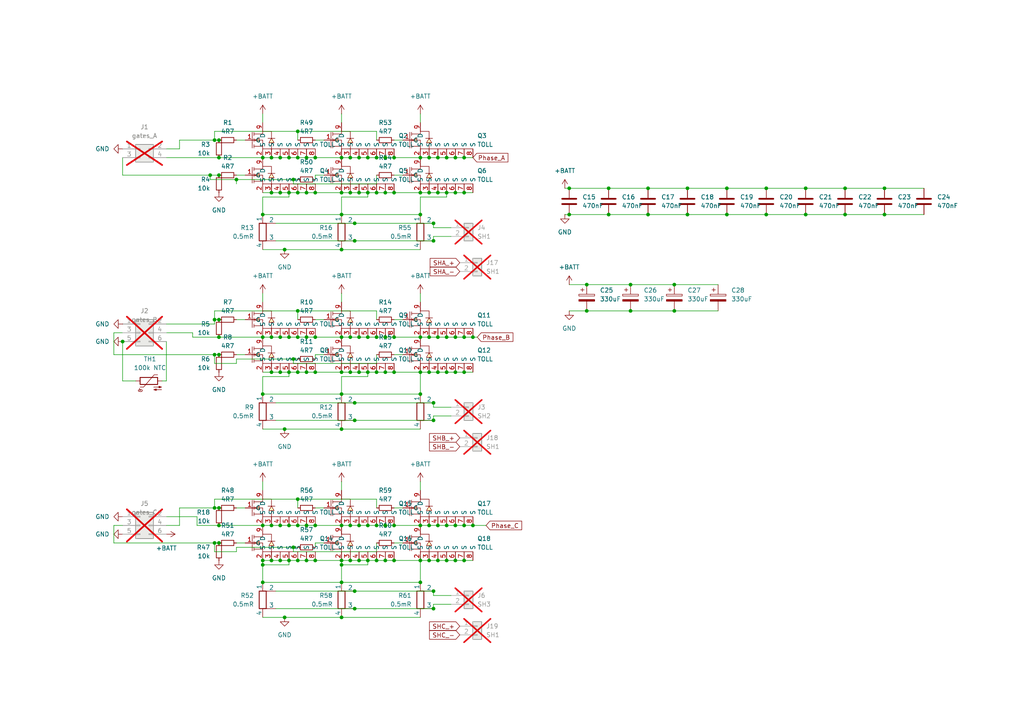
<source format=kicad_sch>
(kicad_sch (version 20231120) (generator "eeschema") (generator_version "8.0")
  (paper "A4")
  (title_block (title "Power board"))
  (junction (at 63.5 102.87))
  (junction (at 210.82 62.23))
  (junction (at 102.87 64.77))
  (junction (at 76.2 45.72))
  (junction (at 125.73 176.53))
  (junction (at 127 45.72))
  (junction (at 81.28 45.72))
  (junction (at 68.58 52.07))
  (junction (at 91.44 97.79))
  (junction (at 101.6 152.4))
  (junction (at 82.55 179.07))
  (junction (at 121.92 114.3))
  (junction (at 114.3 162.56))
  (junction (at 88.9 97.79))
  (junction (at 111.76 107.95))
  (junction (at 132.08 162.56))
  (junction (at 170.18 82.55))
  (junction (at 82.55 124.46))
  (junction (at 81.28 107.95))
  (junction (at 125.73 171.45))
  (junction (at 81.28 162.56))
  (junction (at 127 162.56))
  (junction (at 114.3 45.72))
  (junction (at 88.9 107.95))
  (junction (at 127 152.4))
  (junction (at 101.6 45.72))
  (junction (at 109.22 55.88))
  (junction (at 83.82 97.79))
  (junction (at 99.06 72.39))
  (junction (at 121.92 62.23))
  (junction (at 88.9 45.72))
  (junction (at 165.1 62.23))
  (junction (at 62.23 157.48))
  (junction (at 101.6 162.56))
  (junction (at 137.16 97.79))
  (junction (at 88.9 162.56))
  (junction (at 187.96 62.23))
  (junction (at 91.44 162.56))
  (junction (at 76.2 168.91))
  (junction (at 99.06 97.79))
  (junction (at 63.5 40.64))
  (junction (at 85.09 104.14))
  (junction (at 86.36 45.72))
  (junction (at 199.39 54.61))
  (junction (at 124.46 97.79))
  (junction (at 114.3 97.79))
  (junction (at 134.62 45.72))
  (junction (at 81.28 55.88))
  (junction (at 195.58 90.17))
  (junction (at 114.3 152.4))
  (junction (at 109.22 162.56))
  (junction (at 104.14 55.88))
  (junction (at 132.08 45.72))
  (junction (at 132.08 97.79))
  (junction (at 99.06 163.83))
  (junction (at 99.06 107.95))
  (junction (at 104.14 162.56))
  (junction (at 63.5 50.8))
  (junction (at 137.16 152.4))
  (junction (at 245.11 54.61))
  (junction (at 121.92 168.91))
  (junction (at 102.87 116.84))
  (junction (at 170.18 90.17))
  (junction (at 111.76 55.88))
  (junction (at 165.1 54.61))
  (junction (at 109.22 45.72))
  (junction (at 78.74 55.88))
  (junction (at 134.62 107.95))
  (junction (at 86.36 144.78))
  (junction (at 102.87 121.92))
  (junction (at 129.54 162.56))
  (junction (at 63.5 147.32))
  (junction (at 125.73 121.92))
  (junction (at 134.62 97.79))
  (junction (at 104.14 97.79))
  (junction (at 78.74 162.56))
  (junction (at 83.82 152.4))
  (junction (at 245.11 62.23))
  (junction (at 125.73 69.85))
  (junction (at 114.3 55.88))
  (junction (at 125.73 64.77))
  (junction (at 81.28 97.79))
  (junction (at 76.2 62.23))
  (junction (at 111.76 97.79))
  (junction (at 102.87 171.45))
  (junction (at 78.74 152.4))
  (junction (at 85.09 158.75))
  (junction (at 111.76 152.4))
  (junction (at 256.54 62.23))
  (junction (at 132.08 107.95))
  (junction (at 102.87 69.85))
  (junction (at 99.06 168.91))
  (junction (at 60.96 50.8))
  (junction (at 86.36 97.79))
  (junction (at 129.54 152.4))
  (junction (at 62.23 92.71))
  (junction (at 102.87 176.53))
  (junction (at 104.14 45.72))
  (junction (at 195.58 82.55))
  (junction (at 104.14 152.4))
  (junction (at 86.36 38.1))
  (junction (at 63.5 45.72))
  (junction (at 199.39 62.23))
  (junction (at 62.23 102.87))
  (junction (at 222.25 62.23))
  (junction (at 99.06 62.23))
  (junction (at 83.82 107.95))
  (junction (at 134.62 162.56))
  (junction (at 62.23 40.64))
  (junction (at 76.2 114.3))
  (junction (at 76.2 152.4))
  (junction (at 132.08 55.88))
  (junction (at 99.06 152.4))
  (junction (at 127 97.79))
  (junction (at 76.2 162.56))
  (junction (at 106.68 152.4))
  (junction (at 99.06 162.56))
  (junction (at 111.76 162.56))
  (junction (at 99.06 114.3))
  (junction (at 91.44 45.72))
  (junction (at 187.96 54.61))
  (junction (at 78.74 97.79))
  (junction (at 121.92 97.79))
  (junction (at 134.62 152.4))
  (junction (at 210.82 54.61))
  (junction (at 101.6 97.79))
  (junction (at 125.73 116.84))
  (junction (at 222.25 54.61))
  (junction (at 91.44 107.95))
  (junction (at 106.68 55.88))
  (junction (at 101.6 107.95))
  (junction (at 129.54 97.79))
  (junction (at 88.9 152.4))
  (junction (at 124.46 152.4))
  (junction (at 86.36 162.56))
  (junction (at 109.22 152.4))
  (junction (at 127 55.88))
  (junction (at 121.92 55.88))
  (junction (at 83.82 55.88))
  (junction (at 134.62 55.88))
  (junction (at 124.46 107.95))
  (junction (at 63.5 157.48))
  (junction (at 176.53 54.61))
  (junction (at 256.54 54.61))
  (junction (at 129.54 55.88))
  (junction (at 106.68 45.72))
  (junction (at 83.82 45.72))
  (junction (at 129.54 107.95))
  (junction (at 63.5 92.71))
  (junction (at 78.74 45.72))
  (junction (at 76.2 97.79))
  (junction (at 99.06 55.88))
  (junction (at 132.08 152.4))
  (junction (at 121.92 107.95))
  (junction (at 109.22 97.79))
  (junction (at 101.6 55.88))
  (junction (at 76.2 163.83))
  (junction (at 88.9 55.88))
  (junction (at 233.68 62.23))
  (junction (at 62.23 147.32))
  (junction (at 127 107.95))
  (junction (at 82.55 72.39))
  (junction (at 104.14 107.95))
  (junction (at 176.53 62.23))
  (junction (at 233.68 54.61))
  (junction (at 182.88 82.55))
  (junction (at 121.92 152.4))
  (junction (at 85.09 52.07))
  (junction (at 106.68 97.79))
  (junction (at 124.46 55.88))
  (junction (at 86.36 90.17))
  (junction (at 86.36 107.95))
  (junction (at 111.76 45.72))
  (junction (at 182.88 90.17))
  (junction (at 124.46 45.72))
  (junction (at 83.82 162.56))
  (junction (at 99.06 179.07))
  (junction (at 124.46 162.56))
  (junction (at 63.5 97.79))
  (junction (at 86.36 152.4))
  (junction (at 91.44 55.88))
  (junction (at 106.68 162.56))
  (junction (at 99.06 45.72))
  (junction (at 81.28 152.4))
  (junction (at 35.56 99.06))
  (junction (at 99.06 124.46))
  (junction (at 78.74 107.95))
  (junction (at 129.54 45.72))
  (junction (at 91.44 152.4))
  (junction (at 109.22 107.95))
  (junction (at 121.92 45.72))
  (junction (at 106.68 107.95))
  (junction (at 114.3 107.95))
  (junction (at 121.92 162.56))
  (junction (at 63.5 152.4))
  (junction (at 86.36 55.88))
  (wire (pts (xy 76.2 163.83) (xy 76.2 162.56)))
  (wire (pts (xy 86.36 144.78) (xy 86.36 147.32)))
  (wire (pts (xy 129.54 152.4) (xy 132.08 152.4)))
  (wire (pts (xy 88.9 45.72) (xy 91.44 45.72)))
  (wire (pts (xy 78.74 45.72) (xy 81.28 45.72)))
  (wire (pts (xy 102.87 176.53) (xy 125.73 176.53)))
  (wire (pts (xy 102.87 121.92) (xy 125.73 121.92)))
  (wire (pts (xy 76.2 114.3) (xy 99.06 114.3)))
  (wire (pts (xy 187.96 54.61) (xy 199.39 54.61)))
  (wire (pts (xy 62.23 90.17) (xy 86.36 90.17)))
  (wire (pts (xy 245.11 62.23) (xy 256.54 62.23)))
  (wire (pts (xy 91.44 102.87) (xy 93.98 102.87)))
  (wire (pts (xy 99.06 57.15) (xy 99.06 62.23)))
  (wire (pts (xy 121.92 85.09) (xy 121.92 87.63)))
  (wire (pts (xy 48.26 93.98) (xy 62.23 93.98)))
  (wire (pts (xy 125.73 171.45) (xy 125.73 172.72)))
  (wire (pts (xy 137.16 45.72) (xy 134.62 45.72)))
  (wire (pts (xy 127 107.95) (xy 129.54 107.95)))
  (wire (pts (xy 33.02 102.87) (xy 62.23 102.87)))
  (wire (pts (xy 68.58 104.14) (xy 85.09 104.14)))
  (wire (pts (xy 127 162.56) (xy 129.54 162.56)))
  (wire (pts (xy 83.82 109.22) (xy 83.82 107.95)))
  (wire (pts (xy 83.82 45.72) (xy 86.36 45.72)))
  (wire (pts (xy 245.11 54.61) (xy 256.54 54.61)))
  (wire (pts (xy 134.62 97.79) (xy 137.16 97.79)))
  (wire (pts (xy 132.08 162.56) (xy 134.62 162.56)))
  (wire (pts (xy 109.22 152.4) (xy 111.76 152.4)))
  (wire (pts (xy 86.36 152.4) (xy 88.9 152.4)))
  (wire (pts (xy 52.07 43.18) (xy 48.26 43.18)))
  (wire (pts (xy 127 45.72) (xy 124.46 45.72)))
  (wire (pts (xy 99.06 124.46) (xy 121.92 124.46)))
  (wire (pts (xy 124.46 45.72) (xy 121.92 45.72)))
  (wire (pts (xy 76.2 162.56) (xy 78.74 162.56)))
  (wire (pts (xy 99.06 85.09) (xy 99.06 87.63)))
  (wire (pts (xy 85.09 52.07) (xy 86.36 52.07)))
  (wire (pts (xy 83.82 107.95) (xy 86.36 107.95)))
  (wire (pts (xy 233.68 54.61) (xy 245.11 54.61)))
  (wire (pts (xy 99.06 109.22) (xy 99.06 114.3)))
  (wire (pts (xy 109.22 97.79) (xy 111.76 97.79)))
  (wire (pts (xy 129.54 107.95) (xy 132.08 107.95)))
  (wire (pts (xy 82.55 179.07) (xy 99.06 179.07)))
  (wire (pts (xy 101.6 107.95) (xy 104.14 107.95)))
  (wire (pts (xy 81.28 162.56) (xy 83.82 162.56)))
  (wire (pts (xy 165.1 82.55) (xy 170.18 82.55)))
  (wire (pts (xy 129.54 97.79) (xy 132.08 97.79)))
  (wire (pts (xy 35.56 50.8) (xy 60.96 50.8)))
  (wire (pts (xy 132.08 97.79) (xy 134.62 97.79)))
  (wire (pts (xy 111.76 107.95) (xy 114.3 107.95)))
  (wire (pts (xy 68.58 52.07) (xy 85.09 52.07)))
  (wire (pts (xy 104.14 97.79) (xy 106.68 97.79)))
  (wire (pts (xy 76.2 163.83) (xy 76.2 168.91)))
  (wire (pts (xy 134.62 45.72) (xy 132.08 45.72)))
  (wire (pts (xy 114.3 162.56) (xy 121.92 162.56)))
  (wire (pts (xy 62.23 38.1) (xy 86.36 38.1)))
  (wire (pts (xy 111.76 152.4) (xy 114.3 152.4)))
  (wire (pts (xy 85.09 158.75) (xy 86.36 158.75)))
  (wire (pts (xy 63.5 97.79) (xy 76.2 97.79)))
  (wire (pts (xy 104.14 107.95) (xy 106.68 107.95)))
  (wire (pts (xy 86.36 162.56) (xy 88.9 162.56)))
  (wire (pts (xy 83.82 162.56) (xy 86.36 162.56)))
  (wire (pts (xy 101.6 152.4) (xy 99.06 152.4)))
  (wire (pts (xy 125.73 120.65) (xy 130.81 120.65)))
  (wire (pts (xy 48.26 96.52) (xy 55.88 96.52)))
  (wire (pts (xy 101.6 162.56) (xy 104.14 162.56)))
  (wire (pts (xy 35.56 99.06) (xy 35.56 110.49)))
  (wire (pts (xy 170.18 90.17) (xy 182.88 90.17)))
  (wire (pts (xy 86.36 144.78) (xy 109.22 144.78)))
  (wire (pts (xy 127 97.79) (xy 129.54 97.79)))
  (wire (pts (xy 86.36 107.95) (xy 88.9 107.95)))
  (wire (pts (xy 222.25 62.23) (xy 233.68 62.23)))
  (wire (pts (xy 78.74 152.4) (xy 76.2 152.4)))
  (wire (pts (xy 85.09 160.02) (xy 85.09 158.75)))
  (wire (pts (xy 76.2 55.88) (xy 78.74 55.88)))
  (wire (pts (xy 60.96 50.8) (xy 63.5 50.8)))
  (wire (pts (xy 62.23 144.78) (xy 86.36 144.78)))
  (wire (pts (xy 91.44 52.07) (xy 91.44 50.8)))
  (wire (pts (xy 78.74 45.72) (xy 76.2 45.72)))
  (wire (pts (xy 91.44 157.48) (xy 93.98 157.48)))
  (wire (pts (xy 78.74 162.56) (xy 81.28 162.56)))
  (wire (pts (xy 121.92 55.88) (xy 124.46 55.88)))
  (wire (pts (xy 63.5 92.71) (xy 62.23 92.71)))
  (wire (pts (xy 127 152.4) (xy 129.54 152.4)))
  (wire (pts (xy 114.3 152.4) (xy 121.92 152.4)))
  (wire (pts (xy 99.06 162.56) (xy 101.6 162.56)))
  (wire (pts (xy 62.23 102.87) (xy 63.5 102.87)))
  (wire (pts (xy 71.12 92.71) (xy 68.58 92.71)))
  (wire (pts (xy 76.2 85.09) (xy 76.2 87.63)))
  (wire (pts (xy 52.07 152.4) (xy 52.07 147.32)))
  (wire (pts (xy 132.08 55.88) (xy 134.62 55.88)))
  (wire (pts (xy 114.3 92.71) (xy 116.84 92.71)))
  (wire (pts (xy 62.23 105.41) (xy 68.58 105.41)))
  (wire (pts (xy 48.26 110.49) (xy 46.99 110.49)))
  (wire (pts (xy 195.58 82.55) (xy 208.28 82.55)))
  (wire (pts (xy 91.44 92.71) (xy 93.98 92.71)))
  (wire (pts (xy 129.54 55.88) (xy 129.54 57.15)))
  (wire (pts (xy 81.28 55.88) (xy 83.82 55.88)))
  (wire (pts (xy 78.74 97.79) (xy 81.28 97.79)))
  (wire (pts (xy 48.26 149.86) (xy 57.15 149.86)))
  (wire (pts (xy 104.14 162.56) (xy 106.68 162.56)))
  (wire (pts (xy 124.46 152.4) (xy 127 152.4)))
  (wire (pts (xy 132.08 107.95) (xy 134.62 107.95)))
  (wire (pts (xy 121.92 162.56) (xy 121.92 168.91)))
  (wire (pts (xy 102.87 116.84) (xy 125.73 116.84)))
  (wire (pts (xy 210.82 54.61) (xy 222.25 54.61)))
  (wire (pts (xy 62.23 147.32) (xy 52.07 147.32)))
  (wire (pts (xy 62.23 102.87) (xy 62.23 105.41)))
  (wire (pts (xy 102.87 171.45) (xy 125.73 171.45)))
  (wire (pts (xy 76.2 33.02) (xy 76.2 35.56)))
  (wire (pts (xy 83.82 57.15) (xy 76.2 57.15)))
  (wire (pts (xy 88.9 55.88) (xy 91.44 55.88)))
  (wire (pts (xy 129.54 162.56) (xy 132.08 162.56)))
  (wire (pts (xy 99.06 72.39) (xy 121.92 72.39)))
  (wire (pts (xy 109.22 50.8) (xy 109.22 53.34)))
  (wire (pts (xy 91.44 50.8) (xy 93.98 50.8)))
  (wire (pts (xy 48.26 99.06) (xy 48.26 110.49)))
  (wire (pts (xy 109.22 162.56) (xy 111.76 162.56)))
  (wire (pts (xy 99.06 114.3) (xy 121.92 114.3)))
  (wire (pts (xy 99.06 107.95) (xy 101.6 107.95)))
  (wire (pts (xy 176.53 54.61) (xy 187.96 54.61)))
  (wire (pts (xy 163.83 62.23) (xy 165.1 62.23)))
  (wire (pts (xy 210.82 62.23) (xy 222.25 62.23)))
  (wire (pts (xy 35.56 110.49) (xy 39.37 110.49)))
  (wire (pts (xy 99.06 139.7) (xy 99.06 142.24)))
  (wire (pts (xy 114.3 147.32) (xy 116.84 147.32)))
  (wire (pts (xy 125.73 176.53) (xy 125.73 175.26)))
  (wire (pts (xy 102.87 64.77) (xy 125.73 64.77)))
  (wire (pts (xy 106.68 57.15) (xy 99.06 57.15)))
  (wire (pts (xy 134.62 107.95) (xy 137.16 107.95)))
  (wire (pts (xy 125.73 118.11) (xy 130.81 118.11)))
  (wire (pts (xy 99.06 97.79) (xy 91.44 97.79)))
  (wire (pts (xy 88.9 152.4) (xy 91.44 152.4)))
  (wire (pts (xy 121.92 33.02) (xy 121.92 35.56)))
  (wire (pts (xy 109.22 144.78) (xy 109.22 147.32)))
  (wire (pts (xy 106.68 163.83) (xy 99.06 163.83)))
  (wire (pts (xy 101.6 55.88) (xy 104.14 55.88)))
  (wire (pts (xy 109.22 90.17) (xy 109.22 92.71)))
  (wire (pts (xy 68.58 52.07) (xy 68.58 53.34)))
  (wire (pts (xy 76.2 57.15) (xy 76.2 62.23)))
  (wire (pts (xy 99.06 33.02) (xy 99.06 35.56)))
  (wire (pts (xy 85.09 104.14) (xy 86.36 104.14)))
  (wire (pts (xy 57.15 149.86) (xy 57.15 152.4)))
  (wire (pts (xy 83.82 152.4) (xy 81.28 152.4)))
  (wire (pts (xy 170.18 82.55) (xy 182.88 82.55)))
  (wire (pts (xy 86.36 90.17) (xy 86.36 92.71)))
  (wire (pts (xy 99.06 152.4) (xy 91.44 152.4)))
  (wire (pts (xy 76.2 107.95) (xy 78.74 107.95)))
  (wire (pts (xy 104.14 152.4) (xy 101.6 152.4)))
  (wire (pts (xy 165.1 62.23) (xy 176.53 62.23)))
  (wire (pts (xy 109.22 157.48) (xy 109.22 160.02)))
  (wire (pts (xy 109.22 105.41) (xy 85.09 105.41)))
  (wire (pts (xy 55.88 97.79) (xy 63.5 97.79)))
  (wire (pts (xy 83.82 152.4) (xy 86.36 152.4)))
  (wire (pts (xy 68.58 158.75) (xy 85.09 158.75)))
  (wire (pts (xy 80.01 64.77) (xy 102.87 64.77)))
  (wire (pts (xy 48.26 45.72) (xy 63.5 45.72)))
  (wire (pts (xy 55.88 96.52) (xy 55.88 97.79)))
  (wire (pts (xy 99.06 55.88) (xy 91.44 55.88)))
  (wire (pts (xy 106.68 109.22) (xy 99.06 109.22)))
  (wire (pts (xy 129.54 45.72) (xy 127 45.72)))
  (wire (pts (xy 165.1 54.61) (xy 176.53 54.61)))
  (wire (pts (xy 83.82 163.83) (xy 83.82 162.56)))
  (wire (pts (xy 104.14 55.88) (xy 106.68 55.88)))
  (wire (pts (xy 106.68 162.56) (xy 109.22 162.56)))
  (wire (pts (xy 114.3 50.8) (xy 116.84 50.8)))
  (wire (pts (xy 121.92 152.4) (xy 124.46 152.4)))
  (wire (pts (xy 88.9 107.95) (xy 91.44 107.95)))
  (wire (pts (xy 81.28 107.95) (xy 83.82 107.95)))
  (wire (pts (xy 125.73 172.72) (xy 130.81 172.72)))
  (wire (pts (xy 91.44 147.32) (xy 93.98 147.32)))
  (wire (pts (xy 124.46 97.79) (xy 127 97.79)))
  (wire (pts (xy 86.36 38.1) (xy 86.36 40.64)))
  (wire (pts (xy 83.82 163.83) (xy 76.2 163.83)))
  (wire (pts (xy 106.68 107.95) (xy 106.68 109.22)))
  (wire (pts (xy 127 55.88) (xy 129.54 55.88)))
  (wire (pts (xy 62.23 40.64) (xy 62.23 38.1)))
  (wire (pts (xy 114.3 107.95) (xy 121.92 107.95)))
  (wire (pts (xy 137.16 97.79) (xy 138.43 97.79)))
  (wire (pts (xy 85.09 53.34) (xy 85.09 52.07)))
  (wire (pts (xy 76.2 179.07) (xy 82.55 179.07)))
  (wire (pts (xy 121.92 162.56) (xy 124.46 162.56)))
  (wire (pts (xy 88.9 97.79) (xy 91.44 97.79)))
  (wire (pts (xy 62.23 157.48) (xy 63.5 157.48)))
  (wire (pts (xy 222.25 54.61) (xy 233.68 54.61)))
  (wire (pts (xy 121.92 139.7) (xy 121.92 142.24)))
  (wire (pts (xy 163.83 54.61) (xy 165.1 54.61)))
  (wire (pts (xy 86.36 38.1) (xy 109.22 38.1)))
  (wire (pts (xy 121.92 106.68) (xy 121.92 107.95)))
  (wire (pts (xy 60.96 52.07) (xy 68.58 52.07)))
  (wire (pts (xy 88.9 162.56) (xy 91.44 162.56)))
  (wire (pts (xy 86.36 45.72) (xy 88.9 45.72)))
  (wire (pts (xy 124.46 107.95) (xy 127 107.95)))
  (wire (pts (xy 68.58 157.48) (xy 71.12 157.48)))
  (wire (pts (xy 121.92 161.29) (xy 121.92 162.56)))
  (wire (pts (xy 80.01 116.84) (xy 102.87 116.84)))
  (wire (pts (xy 82.55 124.46) (xy 99.06 124.46)))
  (wire (pts (xy 111.76 45.72) (xy 114.3 45.72)))
  (wire (pts (xy 129.54 57.15) (xy 121.92 57.15)))
  (wire (pts (xy 99.06 179.07) (xy 121.92 179.07)))
  (wire (pts (xy 132.08 45.72) (xy 129.54 45.72)))
  (wire (pts (xy 68.58 50.8) (xy 71.12 50.8)))
  (wire (pts (xy 114.3 55.88) (xy 121.92 55.88)))
  (wire (pts (xy 109.22 53.34) (xy 85.09 53.34)))
  (wire (pts (xy 33.02 157.48) (xy 62.23 157.48)))
  (wire (pts (xy 109.22 45.72) (xy 111.76 45.72)))
  (wire (pts (xy 83.82 55.88) (xy 86.36 55.88)))
  (wire (pts (xy 182.88 82.55) (xy 195.58 82.55)))
  (wire (pts (xy 76.2 139.7) (xy 76.2 142.24)))
  (wire (pts (xy 63.5 40.64) (xy 62.23 40.64)))
  (wire (pts (xy 124.46 55.88) (xy 127 55.88)))
  (wire (pts (xy 125.73 66.04) (xy 130.81 66.04)))
  (wire (pts (xy 256.54 54.61) (xy 267.97 54.61)))
  (wire (pts (xy 106.68 97.79) (xy 109.22 97.79)))
  (wire (pts (xy 121.92 107.95) (xy 121.92 114.3)))
  (wire (pts (xy 187.96 62.23) (xy 199.39 62.23)))
  (wire (pts (xy 35.56 152.4) (xy 33.02 152.4)))
  (wire (pts (xy 132.08 152.4) (xy 134.62 152.4)))
  (wire (pts (xy 125.73 175.26) (xy 130.81 175.26)))
  (wire (pts (xy 109.22 107.95) (xy 111.76 107.95)))
  (wire (pts (xy 101.6 97.79) (xy 99.06 97.79)))
  (wire (pts (xy 83.82 45.72) (xy 81.28 45.72)))
  (wire (pts (xy 99.06 162.56) (xy 91.44 162.56)))
  (wire (pts (xy 76.2 72.39) (xy 82.55 72.39)))
  (wire (pts (xy 137.16 152.4) (xy 140.97 152.4)))
  (wire (pts (xy 71.12 40.64) (xy 68.58 40.64)))
  (wire (pts (xy 165.1 90.17) (xy 170.18 90.17)))
  (wire (pts (xy 83.82 57.15) (xy 83.82 55.88)))
  (wire (pts (xy 82.55 72.39) (xy 99.06 72.39)))
  (wire (pts (xy 109.22 102.87) (xy 109.22 105.41)))
  (wire (pts (xy 134.62 152.4) (xy 137.16 152.4)))
  (wire (pts (xy 106.68 152.4) (xy 109.22 152.4)))
  (wire (pts (xy 33.02 96.52) (xy 35.56 96.52)))
  (wire (pts (xy 124.46 162.56) (xy 127 162.56)))
  (wire (pts (xy 57.15 152.4) (xy 63.5 152.4)))
  (wire (pts (xy 86.36 55.88) (xy 88.9 55.88)))
  (wire (pts (xy 106.68 55.88) (xy 106.68 57.15)))
  (wire (pts (xy 62.23 157.48) (xy 62.23 160.02)))
  (wire (pts (xy 48.26 152.4) (xy 52.07 152.4)))
  (wire (pts (xy 99.06 163.83) (xy 99.06 168.91)))
  (wire (pts (xy 86.36 97.79) (xy 88.9 97.79)))
  (wire (pts (xy 101.6 45.72) (xy 99.06 45.72)))
  (wire (pts (xy 114.3 157.48) (xy 116.84 157.48)))
  (wire (pts (xy 111.76 55.88) (xy 114.3 55.88)))
  (wire (pts (xy 33.02 102.87) (xy 33.02 96.52)))
  (wire (pts (xy 106.68 55.88) (xy 109.22 55.88)))
  (wire (pts (xy 85.09 105.41) (xy 85.09 104.14)))
  (wire (pts (xy 99.06 55.88) (xy 101.6 55.88)))
  (wire (pts (xy 114.3 102.87) (xy 116.84 102.87)))
  (wire (pts (xy 80.01 69.85) (xy 102.87 69.85)))
  (wire (pts (xy 121.92 45.72) (xy 114.3 45.72)))
  (wire (pts (xy 83.82 97.79) (xy 86.36 97.79)))
  (wire (pts (xy 109.22 55.88) (xy 111.76 55.88)))
  (wire (pts (xy 76.2 124.46) (xy 82.55 124.46)))
  (wire (pts (xy 109.22 38.1) (xy 109.22 40.64)))
  (wire (pts (xy 106.68 45.72) (xy 109.22 45.72)))
  (wire (pts (xy 63.5 147.32) (xy 62.23 147.32)))
  (wire (pts (xy 125.73 121.92) (xy 125.73 120.65)))
  (wire (pts (xy 68.58 158.75) (xy 68.58 160.02)))
  (wire (pts (xy 68.58 102.87) (xy 71.12 102.87)))
  (wire (pts (xy 60.96 50.8) (xy 60.96 52.07)))
  (wire (pts (xy 199.39 62.23) (xy 210.82 62.23)))
  (wire (pts (xy 99.06 168.91) (xy 121.92 168.91)))
  (wire (pts (xy 182.88 90.17) (xy 195.58 90.17)))
  (wire (pts (xy 134.62 55.88) (xy 137.16 55.88)))
  (wire (pts (xy 91.44 104.14) (xy 91.44 102.87)))
  (wire (pts (xy 80.01 121.92) (xy 102.87 121.92)))
  (wire (pts (xy 125.73 69.85) (xy 125.73 68.58)))
  (wire (pts (xy 195.58 90.17) (xy 208.28 90.17)))
  (wire (pts (xy 114.3 40.64) (xy 116.84 40.64)))
  (wire (pts (xy 78.74 55.88) (xy 81.28 55.88)))
  (wire (pts (xy 80.01 171.45) (xy 102.87 171.45)))
  (wire (pts (xy 71.12 147.32) (xy 68.58 147.32)))
  (wire (pts (xy 104.14 45.72) (xy 106.68 45.72)))
  (wire (pts (xy 86.36 90.17) (xy 109.22 90.17)))
  (wire (pts (xy 76.2 62.23) (xy 99.06 62.23)))
  (wire (pts (xy 125.73 68.58) (xy 130.81 68.58)))
  (wire (pts (xy 76.2 109.22) (xy 76.2 114.3)))
  (wire (pts (xy 233.68 62.23) (xy 245.11 62.23)))
  (wire (pts (xy 63.5 152.4) (xy 76.2 152.4)))
  (wire (pts (xy 91.44 158.75) (xy 91.44 157.48)))
  (wire (pts (xy 104.14 152.4) (xy 106.68 152.4)))
  (wire (pts (xy 109.22 160.02) (xy 85.09 160.02)))
  (wire (pts (xy 125.73 116.84) (xy 125.73 118.11)))
  (wire (pts (xy 62.23 93.98) (xy 62.23 92.71)))
  (wire (pts (xy 106.68 162.56) (xy 106.68 163.83)))
  (wire (pts (xy 35.56 45.72) (xy 35.56 50.8)))
  (wire (pts (xy 80.01 176.53) (xy 102.87 176.53)))
  (wire (pts (xy 111.76 162.56) (xy 114.3 162.56)))
  (wire (pts (xy 63.5 45.72) (xy 76.2 45.72)))
  (wire (pts (xy 83.82 109.22) (xy 76.2 109.22)))
  (wire (pts (xy 68.58 104.14) (xy 68.58 105.41)))
  (wire (pts (xy 78.74 152.4) (xy 81.28 152.4)))
  (wire (pts (xy 104.14 45.72) (xy 101.6 45.72)))
  (wire (pts (xy 102.87 69.85) (xy 125.73 69.85)))
  (wire (pts (xy 121.92 57.15) (xy 121.92 62.23)))
  (wire (pts (xy 104.14 97.79) (xy 101.6 97.79)))
  (wire (pts (xy 99.06 62.23) (xy 121.92 62.23)))
  (wire (pts (xy 62.23 92.71) (xy 62.23 90.17)))
  (wire (pts (xy 121.92 107.95) (xy 124.46 107.95)))
  (wire (pts (xy 91.44 40.64) (xy 93.98 40.64)))
  (wire (pts (xy 62.23 147.32) (xy 62.23 144.78)))
  (wire (pts (xy 121.92 97.79) (xy 124.46 97.79)))
  (wire (pts (xy 76.2 168.91) (xy 99.06 168.91)))
  (wire (pts (xy 134.62 162.56) (xy 137.16 162.56)))
  (wire (pts (xy 52.07 40.64) (xy 52.07 43.18)))
  (wire (pts (xy 176.53 62.23) (xy 187.96 62.23)))
  (wire (pts (xy 83.82 97.79) (xy 81.28 97.79)))
  (wire (pts (xy 99.06 107.95) (xy 91.44 107.95)))
  (wire (pts (xy 78.74 97.79) (xy 76.2 97.79)))
  (wire (pts (xy 78.74 107.95) (xy 81.28 107.95)))
  (wire (pts (xy 99.06 162.56) (xy 99.06 163.83)))
  (wire (pts (xy 33.02 152.4) (xy 33.02 157.48)))
  (wire (pts (xy 106.68 107.95) (xy 109.22 107.95)))
  (wire (pts (xy 125.73 64.77) (xy 125.73 66.04)))
  (wire (pts (xy 111.76 97.79) (xy 114.3 97.79)))
  (wire (pts (xy 62.23 40.64) (xy 52.07 40.64)))
  (wire (pts (xy 256.54 62.23) (xy 267.97 62.23)))
  (wire (pts (xy 129.54 55.88) (xy 132.08 55.88)))
  (wire (pts (xy 114.3 97.79) (xy 121.92 97.79)))
  (wire (pts (xy 199.39 54.61) (xy 210.82 54.61)))
  (wire (pts (xy 62.23 160.02) (xy 68.58 160.02)))
  (wire (pts (xy 99.06 45.72) (xy 91.44 45.72)))
  (global_label "SHC_+" (shape input) (at 133.35 181.61 180) (property "Intersheetrefs" "${INTERSHEET_REFS}" (effects (hide yes))))
  (global_label "SHC_-" (shape input) (at 133.35 184.15 180) (property "Intersheetrefs" "${INTERSHEET_REFS}" (effects (hide yes))))
  (global_label "SHB_+" (shape input) (at 133.35 127 180) (property "Intersheetrefs" "${INTERSHEET_REFS}" (effects (hide yes))))
  (global_label "Phase_B" (shape input) (at 138.43 97.79 0) (property "Intersheetrefs" "${INTERSHEET_REFS}" (effects (hide yes))))
  (global_label "Phase_A" (shape input) (at 137.16 45.72 0) (property "Intersheetrefs" "${INTERSHEET_REFS}" (effects (hide yes))))
  (global_label "SHB_-" (shape input) (at 133.35 129.54 180) (property "Intersheetrefs" "${INTERSHEET_REFS}" (effects (hide yes))))
  (global_label "Phase_C" (shape input) (at 140.97 152.4 0) (property "Intersheetrefs" "${INTERSHEET_REFS}" (effects (hide yes))))
  (global_label "SHA_+" (shape input) (at 133.35 76.2 180) (property "Intersheetrefs" "${INTERSHEET_REFS}" (effects (hide yes))))
  (global_label "SHA_-" (shape input) (at 133.35 78.74 180) (property "Intersheetrefs" "${INTERSHEET_REFS}" (effects (hide yes))))
  (symbol (lib_id "easyeda:HYG015N10NS1TA") (at 127 50.8 0) (unit 1)
    (property "Reference" "Q6" (at 138.43 49.5299 0) (effects (justify left)))
    (property "Value" "TOLL" (at 138.43 52.0699 0) (effects (justify left)))
    (property "Footprint" "lcsc:TOLL-8_L10.4-W9.9-P1.20-LS11.7-BL" (effects (hide yes)))
    (property "Datasheet" "https://www.infineon.com/dgdl/irfp4668pbf.pdf?fileId=5546d462533600a40153562c8528201d" (effects (hide yes)))
    (property "Description" "130A Id, 200V Vds, N-Channel Power MOSFET, TO-247" (effects (hide yes)))
    (property "LCSC Part" "C2979263" (effects (hide yes)))
  )
  (symbol (lib_id "Device:R_Small") (at 66.04 50.8 90) (unit 1)
    (property "Reference" "R2" (at 66.04 45.72 90))
    (property "Value" "4R7" (at 66.04 48.26 90))
    (property "Footprint" "Resistor_SMD:R_0603_1608Metric" (effects (hide yes)))
    (property "Description" "Resistor, small symbol" (effects (hide yes)))
    (property "LCSC Part" "C23164" (effects (hide yes)))
  )
  (symbol (lib_id "easyeda:HYG015N10NS1TA") (at 81.28 102.87 0) (unit 1)
    (property "Reference" "Q8" (at 92.71 101.5999 0) (effects (justify left)))
    (property "Value" "TOLL" (at 92.71 104.1399 0) (effects (justify left)))
    (property "Footprint" "lcsc:TOLL-8_L10.4-W9.9-P1.20-LS11.7-BL" (effects (hide yes)))
    (property "Datasheet" "https://www.infineon.com/dgdl/irfp4668pbf.pdf?fileId=5546d462533600a40153562c8528201d" (effects (hide yes)))
    (property "Description" "130A Id, 200V Vds, N-Channel Power MOSFET, TO-247" (effects (hide yes)))
    (property "LCSC Part" "C2979263" (effects (hide yes)))
  )
  (symbol (lib_id "Device:C_Polarized") (at 195.58 86.36 0) (unit 1)
    (property "Reference" "C27" (at 199.39 84.2009 0) (effects (justify left)))
    (property "Value" "330uF" (at 199.39 86.7409 0) (effects (justify left)))
    (property "Footprint" "lcsc:CAP-SMD_BD12.5-L13.5-W13.5-FD-1" (effects (hide yes)))
    (property "Description" "Polarized capacitor" (effects (hide yes)))
    (property "LCSC Part" "C487184" (effects (hide yes)))
  )
  (symbol (lib_id "easyeda:HYG015N10NS1TA") (at 104.14 50.8 0) (unit 1)
    (property "Reference" "Q5" (at 115.57 49.5299 0) (effects (justify left)))
    (property "Value" "TOLL" (at 115.57 52.0699 0) (effects (justify left)))
    (property "Footprint" "lcsc:TOLL-8_L10.4-W9.9-P1.20-LS11.7-BL" (effects (hide yes)))
    (property "Datasheet" "https://www.infineon.com/dgdl/irfp4668pbf.pdf?fileId=5546d462533600a40153562c8528201d" (effects (hide yes)))
    (property "Description" "130A Id, 200V Vds, N-Channel Power MOSFET, TO-247" (effects (hide yes)))
    (property "LCSC Part" "C2979263" (effects (hide yes)))
  )
  (symbol (lib_id "Connector_Generic:Conn_02x03_Odd_Even") (at 40.64 96.52 0) (unit 1) (dnp yes)
    (property "Reference" "J2" (at 41.91 90.17 0))
    (property "Value" "gates_B" (at 41.91 92.71 0))
    (property "Footprint" "Connector_PinHeader_2.00mm:PinHeader_2x03_P2.00mm_Vertical_SMD" (effects (hide yes)))
    (property "Description" "Generic connector, double row, 02x03, odd/even pin numbering scheme (row 1 odd numbers, row 2 even numbers), script generated (kicad-library-utils/schlib/autogen/connector/)" (effects (hide yes)))
  )
  (symbol (lib_id "Device:R_Small") (at 111.76 157.48 90) (unit 1)
    (property "Reference" "R60" (at 111.76 152.4 90))
    (property "Value" "4R7" (at 111.76 154.94 90))
    (property "Footprint" "Resistor_SMD:R_0603_1608Metric" (effects (hide yes)))
    (property "Description" "Resistor, small symbol" (effects (hide yes)))
    (property "LCSC Part" "C23164" (effects (hide yes)))
  )
  (symbol (lib_id "power:GND") (at 165.1 90.17 0) (unit 1)
    (property "Reference" "#PWR023" (effects (hide yes)))
    (property "Value" "GND" (at 165.1 95.25 0))
    (property "Description" "Power symbol creates a global label with name \"GND\" , ground" (effects (hide yes)))
  )
  (symbol (lib_id "power:GND") (at 35.56 43.18 270) (unit 1)
    (property "Reference" "#PWR010" (effects (hide yes)))
    (property "Value" "GND" (at 31.75 43.1799 90) (effects (justify right)))
    (property "Description" "Power symbol creates a global label with name \"GND\" , ground" (effects (hide yes)))
  )
  (symbol (lib_id "Device:C") (at 210.82 58.42 0) (unit 1)
    (property "Reference" "C19" (at 214.63 57.1499 0) (effects (justify left)))
    (property "Value" "470nF" (at 214.63 59.6899 0) (effects (justify left)))
    (property "Footprint" "Capacitor_SMD:C_1210_3225Metric" (effects (hide yes)))
    (property "Description" "Unpolarized capacitor" (effects (hide yes)))
    (property "LCSC Part" "C192761" (effects (hide yes)))
  )
  (symbol (lib_id "Connector_Generic:Conn_02x02_Odd_Even") (at 40.64 43.18 0) (unit 1) (dnp yes)
    (property "Reference" "J1" (at 41.91 36.83 0))
    (property "Value" "gates_A" (at 41.91 39.37 0))
    (property "Footprint" "Connector_PinHeader_2.00mm:PinHeader_2x02_P2.00mm_Vertical_SMD" (effects (hide yes)))
    (property "Description" "Generic connector, double row, 02x02, odd/even pin numbering scheme (row 1 odd numbers, row 2 even numbers), script generated (kicad-library-utils/schlib/autogen/connector/)" (effects (hide yes)))
  )
  (symbol (lib_id "Connector_Generic:Conn_01x02") (at 138.43 181.61 0) (unit 1) (dnp yes)
    (property "Reference" "J19" (at 140.97 181.6099 0) (effects (justify left)))
    (property "Value" "SH1" (at 140.97 184.1499 0) (effects (justify left)))
    (property "Footprint" "Connector_PinSocket_2.00mm:PinSocket_2x01_P2.00mm_Vertical_SMD" (effects (hide yes)))
    (property "Description" "Generic connector, single row, 01x02, script generated (kicad-library-utils/schlib/autogen/connector/)" (effects (hide yes)))
  )
  (symbol (lib_id "Device:C") (at 267.9896 58.4199 0) (unit 1)
    (property "Reference" "C24" (at 271.78 57.1498 0) (effects (justify left)))
    (property "Value" "470nF" (at 271.78 59.6898 0) (effects (justify left)))
    (property "Footprint" "Capacitor_SMD:C_1210_3225Metric" (effects (hide yes)))
    (property "Description" "Unpolarized capacitor" (effects (hide yes)))
    (property "LCSC Part" "C192761" (effects (hide yes)))
  )
  (symbol (lib_id "easyeda:HYG015N10NS1TA") (at 81.28 50.8 0) (unit 1)
    (property "Reference" "Q4" (at 92.71 49.5299 0) (effects (justify left)))
    (property "Value" "TOLL" (at 92.71 52.0699 0) (effects (justify left)))
    (property "Footprint" "lcsc:TOLL-8_L10.4-W9.9-P1.20-LS11.7-BL" (effects (hide yes)))
    (property "Datasheet" "https://www.infineon.com/dgdl/irfp4668pbf.pdf?fileId=5546d462533600a40153562c8528201d" (effects (hide yes)))
    (property "Description" "130A Id, 200V Vds, N-Channel Power MOSFET, TO-247" (effects (hide yes)))
    (property "LCSC Part" "C2979263" (effects (hide yes)))
  )
  (symbol (lib_id "Device:R_Small") (at 88.9 40.64 90) (unit 1)
    (property "Reference" "R49" (at 88.9 35.56 90))
    (property "Value" "4R7" (at 88.9 38.1 90))
    (property "Footprint" "Resistor_SMD:R_0603_1608Metric" (effects (hide yes)))
    (property "Description" "Resistor, small symbol" (effects (hide yes)))
    (property "LCSC Part" "C23164" (effects (hide yes)))
  )
  (symbol (lib_id "Device:R_Small") (at 66.04 102.87 90) (unit 1)
    (property "Reference" "R8" (at 66.04 97.79 90))
    (property "Value" "4R7" (at 66.04 100.33 90))
    (property "Footprint" "Resistor_SMD:R_0603_1608Metric" (effects (hide yes)))
    (property "Description" "Resistor, small symbol" (effects (hide yes)))
    (property "LCSC Part" "C23164" (effects (hide yes)))
  )
  (symbol (lib_id "easyeda:HYG015N10NS1TA") (at 127 157.48 0) (unit 1)
    (property "Reference" "Q18" (at 138.43 156.2099 0) (effects (justify left)))
    (property "Value" "TOLL" (at 138.43 158.7499 0) (effects (justify left)))
    (property "Footprint" "lcsc:TOLL-8_L10.4-W9.9-P1.20-LS11.7-BL" (effects (hide yes)))
    (property "Datasheet" "https://www.infineon.com/dgdl/irfp4668pbf.pdf?fileId=5546d462533600a40153562c8528201d" (effects (hide yes)))
    (property "Description" "130A Id, 200V Vds, N-Channel Power MOSFET, TO-247" (effects (hide yes)))
    (property "LCSC Part" "C2979263" (effects (hide yes)))
  )
  (symbol (lib_id "easyeda:HYG015N10NS1TA") (at 104.14 102.87 0) (unit 1)
    (property "Reference" "Q10" (at 115.57 101.5999 0) (effects (justify left)))
    (property "Value" "TOLL" (at 115.57 104.1399 0) (effects (justify left)))
    (property "Footprint" "lcsc:TOLL-8_L10.4-W9.9-P1.20-LS11.7-BL" (effects (hide yes)))
    (property "Datasheet" "https://www.infineon.com/dgdl/irfp4668pbf.pdf?fileId=5546d462533600a40153562c8528201d" (effects (hide yes)))
    (property "Description" "130A Id, 200V Vds, N-Channel Power MOSFET, TO-247" (effects (hide yes)))
    (property "LCSC Part" "C2979263" (effects (hide yes)))
  )
  (symbol (lib_id "Device:Thermistor_NTC") (at 43.18 110.49 90) (unit 1)
    (property "Reference" "TH1" (at 43.4975 104.14 90))
    (property "Value" "100k NTC" (at 43.4975 106.68 90))
    (property "Footprint" "Resistor_SMD:R_0402_1005Metric" (effects (hide yes)))
    (property "Description" "Temperature dependent resistor, negative temperature coefficient" (effects (hide yes)))
    (property "LCSC Part" "C77130" (effects (hide yes)))
  )
  (symbol (lib_id "power:+BATT") (at 165.1 82.55 0) (unit 1)
    (property "Reference" "#PWR099" (effects (hide yes)))
    (property "Value" "+BATT" (at 165.1 77.47 0))
    (property "Description" "Power symbol creates a global label with name \"+BATT\"" (effects (hide yes)))
  )
  (symbol (lib_id "Device:R_Small") (at 66.04 157.48 90) (unit 1)
    (property "Reference" "R51" (at 66.04 152.4 90))
    (property "Value" "4R7" (at 66.04 154.94 90))
    (property "Footprint" "Resistor_SMD:R_0603_1608Metric" (effects (hide yes)))
    (property "Description" "Resistor, small symbol" (effects (hide yes)))
    (property "LCSC Part" "C23164" (effects (hide yes)))
  )
  (symbol (lib_id "easyeda:HYG015N10NS1TA") (at 104.14 92.71 0) (unit 1)
    (property "Reference" "Q9" (at 115.57 91.4399 0) (effects (justify left)))
    (property "Value" "TOLL" (at 115.57 93.9799 0) (effects (justify left)))
    (property "Footprint" "lcsc:TOLL-8_L10.4-W9.9-P1.20-LS11.7-BL" (effects (hide yes)))
    (property "Datasheet" "https://www.infineon.com/dgdl/irfp4668pbf.pdf?fileId=5546d462533600a40153562c8528201d" (effects (hide yes)))
    (property "LCSC Part" "C2979263" (effects (hide yes)))
  )
  (symbol (lib_id "Device:C") (at 187.96 58.42 0) (unit 1)
    (property "Reference" "C17" (at 191.77 57.1499 0) (effects (justify left)))
    (property "Value" "470nF" (at 191.77 59.6899 0) (effects (justify left)))
    (property "Footprint" "Capacitor_SMD:C_1210_3225Metric" (effects (hide yes)))
    (property "Description" "Unpolarized capacitor" (effects (hide yes)))
    (property "LCSC Part" "C192761" (effects (hide yes)))
  )
  (symbol (lib_id "Connector_Generic:Conn_01x02") (at 138.43 76.2 0) (unit 1) (dnp yes)
    (property "Reference" "J17" (at 140.97 76.1999 0) (effects (justify left)))
    (property "Value" "SH1" (at 140.97 78.7399 0) (effects (justify left)))
    (property "Footprint" "Connector_PinSocket_2.00mm:PinSocket_2x01_P2.00mm_Vertical_SMD" (effects (hide yes)))
    (property "Description" "Generic connector, single row, 01x02, script generated (kicad-library-utils/schlib/autogen/connector/)" (effects (hide yes)))
  )
  (symbol (lib_id "Connector_Generic:Conn_01x02") (at 138.43 127 0) (unit 1) (dnp yes)
    (property "Reference" "J18" (at 140.97 126.9999 0) (effects (justify left)))
    (property "Value" "SH1" (at 140.97 129.5399 0) (effects (justify left)))
    (property "Footprint" "Connector_PinSocket_2.00mm:PinSocket_2x01_P2.00mm_Vertical_SMD" (effects (hide yes)))
    (property "Description" "Generic connector, single row, 01x02, script generated (kicad-library-utils/schlib/autogen/connector/)" (effects (hide yes)))
  )
  (symbol (lib_id "easyeda:HYG015N10NS1TA") (at 81.28 92.71 0) (unit 1)
    (property "Reference" "Q7" (effects (hide yes)))
    (property "Value" "TOLL" (at 92.71 93.9799 0) (effects (justify left)))
    (property "Footprint" "lcsc:TOLL-8_L10.4-W9.9-P1.20-LS11.7-BL" (effects (hide yes)))
    (property "Datasheet" "https://www.infineon.com/dgdl/irfp4668pbf.pdf?fileId=5546d462533600a40153562c8528201d" (effects (hide yes)))
    (property "LCSC Part" "C2979263" (effects (hide yes)))
  )
  (symbol (lib_id "Device:R_Small") (at 66.04 147.32 90) (unit 1)
    (property "Reference" "R48" (at 66.04 142.24 90))
    (property "Value" "4R7" (at 66.04 144.78 90))
    (property "Footprint" "Resistor_SMD:R_0603_1608Metric" (effects (hide yes)))
    (property "Description" "Resistor, small symbol" (effects (hide yes)))
    (property "LCSC Part" "C23164" (effects (hide yes)))
  )
  (symbol (lib_id "easyeda:HYG015N10NS1TA") (at 81.28 40.64 0) (unit 1)
    (property "Reference" "Q1" (effects (hide yes)))
    (property "Value" "TOLL" (at 92.71 41.9099 0) (effects (justify left)))
    (property "Footprint" "lcsc:TOLL-8_L10.4-W9.9-P1.20-LS11.7-BL" (effects (hide yes)))
    (property "Datasheet" "https://www.infineon.com/dgdl/irfp4668pbf.pdf?fileId=5546d462533600a40153562c8528201d" (effects (hide yes)))
    (property "LCSC Part" "C2979263" (effects (hide yes)))
  )
  (symbol (lib_id "Device:R_Small") (at 63.5 149.86 0) (mirror y) (unit 1)
    (property "Reference" "R18" (at 60.96 148.5899 0) (effects (justify left)))
    (property "Value" "10k" (at 60.96 151.1299 0) (effects (justify left)))
    (property "Footprint" "Resistor_SMD:R_0603_1608Metric" (effects (hide yes)))
    (property "Description" "Resistor, small symbol" (effects (hide yes)))
    (property "LCSC Part" "C2930027" (effects (hide yes)))
  )
  (symbol (lib_id "Device:R_Shunt") (at 76.2 173.99 0) (unit 1)
    (property "Reference" "R52" (at 73.66 172.7199 0) (effects (justify right)))
    (property "Value" "0.5mR" (at 73.66 175.2599 0) (effects (justify right)))
    (property "Footprint" "lcsc:R3920" (effects (hide yes)))
    (property "Description" "Shunt resistor" (effects (hide yes)))
    (property "LCSC Part" "C5224155" (effects (hide yes)))
  )
  (symbol (lib_id "power:GND") (at 63.5 55.88 0) (mirror y) (unit 1)
    (property "Reference" "#PWR07" (effects (hide yes)))
    (property "Value" "GND" (at 63.5 60.96 0))
    (property "Description" "Power symbol creates a global label with name \"GND\" , ground" (effects (hide yes)))
  )
  (symbol (lib_id "power:+BATT") (at 163.83 54.61 0) (unit 1)
    (property "Reference" "#PWR098" (effects (hide yes)))
    (property "Value" "+BATT" (at 163.83 49.53 0))
    (property "Description" "Power symbol creates a global label with name \"+BATT\"" (effects (hide yes)))
  )
  (symbol (lib_id "Device:R_Small") (at 63.5 160.02 0) (mirror y) (unit 1)
    (property "Reference" "R47" (at 60.96 158.7499 0) (effects (justify left)))
    (property "Value" "10k" (at 60.96 161.2899 0) (effects (justify left)))
    (property "Footprint" "Resistor_SMD:R_0603_1608Metric" (effects (hide yes)))
    (property "Description" "Resistor, small symbol" (effects (hide yes)))
    (property "LCSC Part" "C2930027" (effects (hide yes)))
  )
  (symbol (lib_id "easyeda:HYG015N10NS1TA") (at 127 102.87 0) (unit 1)
    (property "Reference" "Q12" (at 138.43 101.5999 0) (effects (justify left)))
    (property "Value" "TOLL" (at 138.43 104.1399 0) (effects (justify left)))
    (property "Footprint" "lcsc:TOLL-8_L10.4-W9.9-P1.20-LS11.7-BL" (effects (hide yes)))
    (property "Datasheet" "https://www.infineon.com/dgdl/irfp4668pbf.pdf?fileId=5546d462533600a40153562c8528201d" (effects (hide yes)))
    (property "Description" "130A Id, 200V Vds, N-Channel Power MOSFET, TO-247" (effects (hide yes)))
    (property "LCSC Part" "C2979263" (effects (hide yes)))
  )
  (symbol (lib_id "power:+BATT") (at 121.92 85.09 0) (unit 1)
    (property "Reference" "#PWR09" (effects (hide yes)))
    (property "Value" "+BATT" (at 121.92 80.01 0))
    (property "Description" "Power symbol creates a global label with name \"+BATT\"" (effects (hide yes)))
  )
  (symbol (lib_id "Device:C_Polarized") (at 170.18 86.36 0) (unit 1)
    (property "Reference" "C25" (at 173.99 84.2009 0) (effects (justify left)))
    (property "Value" "330uF" (at 173.99 86.7409 0) (effects (justify left)))
    (property "Footprint" "lcsc:CAP-SMD_BD12.5-L13.5-W13.5-FD-1" (effects (hide yes)))
    (property "Description" "Polarized capacitor" (effects (hide yes)))
    (property "LCSC Part" "C487184" (effects (hide yes)))
  )
  (symbol (lib_id "Device:R_Small") (at 111.76 50.8 90) (unit 1)
    (property "Reference" "R54" (at 111.76 45.72 90))
    (property "Value" "4R7" (at 111.76 48.26 90))
    (property "Footprint" "Resistor_SMD:R_0603_1608Metric" (effects (hide yes)))
    (property "Description" "Resistor, small symbol" (effects (hide yes)))
    (property "LCSC Part" "C23164" (effects (hide yes)))
  )
  (symbol (lib_id "Device:R_Small") (at 111.76 102.87 90) (unit 1)
    (property "Reference" "R15" (at 111.76 97.79 90))
    (property "Value" "4R7" (at 111.76 100.33 90))
    (property "Footprint" "Resistor_SMD:R_0603_1608Metric" (effects (hide yes)))
    (property "Description" "Resistor, small symbol" (effects (hide yes)))
    (property "LCSC Part" "C23164" (effects (hide yes)))
  )
  (symbol (lib_id "power:GND") (at 63.5 162.56 0) (mirror y) (unit 1)
    (property "Reference" "#PWR012" (effects (hide yes)))
    (property "Value" "GND" (at 63.5 167.64 0))
    (property "Description" "Power symbol creates a global label with name \"GND\" , ground" (effects (hide yes)))
  )
  (symbol (lib_id "Connector_Generic:Conn_01x02") (at 135.89 172.72 0) (unit 1) (dnp yes)
    (property "Reference" "J6" (at 138.43 172.7199 0) (effects (justify left)))
    (property "Value" "SH3" (at 138.43 175.2599 0) (effects (justify left)))
    (property "Footprint" "Connector_PinHeader_2.00mm:PinHeader_2x01_P2.00mm_Vertical_SMD" (effects (hide yes)))
    (property "Description" "Generic connector, single row, 01x02, script generated (kicad-library-utils/schlib/autogen/connector/)" (effects (hide yes)))
  )
  (symbol (lib_id "Device:R_Small") (at 88.9 104.14 90) (unit 1)
    (property "Reference" "R11" (at 88.9 99.06 90))
    (property "Value" "4R7" (at 88.9 101.6 90))
    (property "Footprint" "Resistor_SMD:R_0603_1608Metric" (effects (hide yes)))
    (property "Description" "Resistor, small symbol" (effects (hide yes)))
    (property "LCSC Part" "C23164" (effects (hide yes)))
  )
  (symbol (lib_id "Device:R_Small") (at 66.04 92.71 90) (unit 1)
    (property "Reference" "R7" (at 66.04 87.63 90))
    (property "Value" "4R7" (at 66.04 90.17 90))
    (property "Footprint" "Resistor_SMD:R_0603_1608Metric" (effects (hide yes)))
    (property "Description" "Resistor, small symbol" (effects (hide yes)))
    (property "LCSC Part" "C23164" (effects (hide yes)))
  )
  (symbol (lib_id "easyeda:HYG015N10NS1TA") (at 127 40.64 0) (unit 1)
    (property "Reference" "Q3" (at 138.43 39.3699 0) (effects (justify left)))
    (property "Value" "TOLL" (at 138.43 41.9099 0) (effects (justify left)))
    (property "Footprint" "lcsc:TOLL-8_L10.4-W9.9-P1.20-LS11.7-BL" (effects (hide yes)))
    (property "Datasheet" "https://www.infineon.com/dgdl/irfp4668pbf.pdf?fileId=5546d462533600a40153562c8528201d" (effects (hide yes)))
    (property "LCSC Part" "C2979263" (effects (hide yes)))
  )
  (symbol (lib_id "Device:C") (at 222.25 58.42 0) (unit 1)
    (property "Reference" "C20" (at 226.06 57.1499 0) (effects (justify left)))
    (property "Value" "470nF" (at 226.06 59.6899 0) (effects (justify left)))
    (property "Footprint" "Capacitor_SMD:C_1210_3225Metric" (effects (hide yes)))
    (property "Description" "Unpolarized capacitor" (effects (hide yes)))
    (property "LCSC Part" "C192761" (effects (hide yes)))
  )
  (symbol (lib_id "Device:R_Shunt") (at 76.2 67.31 0) (unit 1)
    (property "Reference" "R13" (at 73.66 66.0399 0) (effects (justify right)))
    (property "Value" "0.5mR" (at 73.66 68.5799 0) (effects (justify right)))
    (property "Footprint" "lcsc:R3920" (effects (hide yes)))
    (property "Description" "Shunt resistor" (effects (hide yes)))
    (property "LCSC Part" "C5224155" (effects (hide yes)))
  )
  (symbol (lib_id "easyeda:HYG015N10NS1TA") (at 104.14 147.32 0) (unit 1)
    (property "Reference" "Q15" (at 115.57 146.0499 0) (effects (justify left)))
    (property "Value" "TOLL" (at 115.57 148.5899 0) (effects (justify left)))
    (property "Footprint" "lcsc:TOLL-8_L10.4-W9.9-P1.20-LS11.7-BL" (effects (hide yes)))
    (property "Datasheet" "https://www.infineon.com/dgdl/irfp4668pbf.pdf?fileId=5546d462533600a40153562c8528201d" (effects (hide yes)))
    (property "LCSC Part" "C2979263" (effects (hide yes)))
  )
  (symbol (lib_id "power:GND") (at 35.56 154.94 270) (unit 1)
    (property "Reference" "#PWR096" (effects (hide yes)))
    (property "Value" "GND" (at 31.75 154.9399 90) (effects (justify right)))
    (property "Description" "Power symbol creates a global label with name \"GND\" , ground" (effects (hide yes)))
  )
  (symbol (lib_id "easyeda:HYG015N10NS1TA") (at 127 92.71 0) (unit 1)
    (property "Reference" "Q11" (at 138.43 91.4399 0) (effects (justify left)))
    (property "Value" "TOLL" (at 138.43 93.9799 0) (effects (justify left)))
    (property "Footprint" "lcsc:TOLL-8_L10.4-W9.9-P1.20-LS11.7-BL" (effects (hide yes)))
    (property "Datasheet" "https://www.infineon.com/dgdl/irfp4668pbf.pdf?fileId=5546d462533600a40153562c8528201d" (effects (hide yes)))
    (property "LCSC Part" "C2979263" (effects (hide yes)))
  )
  (symbol (lib_id "power:+BATT") (at 76.2 139.7 0) (unit 1)
    (property "Reference" "#PWR070" (effects (hide yes)))
    (property "Value" "+BATT" (at 76.2 134.62 0))
    (property "Description" "Power symbol creates a global label with name \"+BATT\"" (effects (hide yes)))
  )
  (symbol (lib_id "easyeda:HYG015N10NS1TA") (at 127 147.32 0) (unit 1)
    (property "Reference" "Q17" (at 138.43 146.0499 0) (effects (justify left)))
    (property "Value" "TOLL" (at 138.43 148.5899 0) (effects (justify left)))
    (property "Footprint" "lcsc:TOLL-8_L10.4-W9.9-P1.20-LS11.7-BL" (effects (hide yes)))
    (property "Datasheet" "https://www.infineon.com/dgdl/irfp4668pbf.pdf?fileId=5546d462533600a40153562c8528201d" (effects (hide yes)))
    (property "LCSC Part" "C2979263" (effects (hide yes)))
  )
  (symbol (lib_id "Device:R_Shunt") (at 99.06 173.99 0) (unit 1)
    (property "Reference" "R58" (at 96.52 172.7199 0) (effects (justify right)))
    (property "Value" "0.5mR" (at 96.52 175.2599 0) (effects (justify right)))
    (property "Footprint" "lcsc:R3920" (effects (hide yes)))
    (property "Description" "Shunt resistor" (effects (hide yes)))
    (property "LCSC Part" "C5224155" (effects (hide yes)))
  )
  (symbol (lib_id "Device:R_Small") (at 88.9 52.07 90) (unit 1)
    (property "Reference" "R50" (at 88.9 46.99 90))
    (property "Value" "4R7" (at 88.9 49.53 90))
    (property "Footprint" "Resistor_SMD:R_0603_1608Metric" (effects (hide yes)))
    (property "Description" "Resistor, small symbol" (effects (hide yes)))
    (property "LCSC Part" "C23164" (effects (hide yes)))
  )
  (symbol (lib_id "power:+BATT") (at 48.26 154.94 270) (unit 1)
    (property "Reference" "#PWR0100" (effects (hide yes)))
    (property "Value" "+BATT" (at 48.26 159.004 90))
    (property "Description" "Power symbol creates a global label with name \"+BATT\"" (effects (hide yes)))
  )
  (symbol (lib_id "easyeda:HYG015N10NS1TA") (at 81.28 147.32 0) (unit 1)
    (property "Reference" "Q13" (effects (hide yes)))
    (property "Value" "TOLL" (at 92.71 148.5899 0) (effects (justify left)))
    (property "Footprint" "lcsc:TOLL-8_L10.4-W9.9-P1.20-LS11.7-BL" (effects (hide yes)))
    (property "Datasheet" "https://www.infineon.com/dgdl/irfp4668pbf.pdf?fileId=5546d462533600a40153562c8528201d" (effects (hide yes)))
    (property "LCSC Part" "C2979263" (effects (hide yes)))
  )
  (symbol (lib_id "power:GND") (at 35.56 99.06 270) (unit 1)
    (property "Reference" "#PWR0117" (effects (hide yes)))
    (property "Value" "GND" (at 31.75 99.0599 90) (effects (justify right)))
    (property "Description" "Power symbol creates a global label with name \"GND\" , ground" (effects (hide yes)))
  )
  (symbol (lib_id "Device:R_Shunt") (at 121.92 119.38 0) (unit 1)
    (property "Reference" "R17" (effects (hide yes)))
    (property "Value" "0.5mR" (effects (hide yes)))
    (property "Footprint" "lcsc:R3920" (effects (hide yes)))
    (property "Description" "Shunt resistor" (effects (hide yes)))
    (property "LCSC Part" "C5224155" (effects (hide yes)))
  )
  (symbol (lib_id "Device:R_Small") (at 63.5 53.34 0) (mirror y) (unit 1)
    (property "Reference" "R4" (at 60.96 52.0699 0) (effects (justify left)))
    (property "Value" "10k" (at 60.96 54.6099 0) (effects (justify left)))
    (property "Footprint" "Resistor_SMD:R_0603_1608Metric" (effects (hide yes)))
    (property "Description" "Resistor, small symbol" (effects (hide yes)))
    (property "LCSC Part" "C2930027" (effects (hide yes)))
  )
  (symbol (lib_id "easyeda:HYG015N10NS1TA") (at 81.28 157.48 0) (unit 1)
    (property "Reference" "Q14" (at 92.71 156.2099 0) (effects (justify left)))
    (property "Value" "TOLL" (at 92.71 158.7499 0) (effects (justify left)))
    (property "Footprint" "lcsc:TOLL-8_L10.4-W9.9-P1.20-LS11.7-BL" (effects (hide yes)))
    (property "Datasheet" "https://www.infineon.com/dgdl/irfp4668pbf.pdf?fileId=5546d462533600a40153562c8528201d" (effects (hide yes)))
    (property "Description" "130A Id, 200V Vds, N-Channel Power MOSFET, TO-247" (effects (hide yes)))
    (property "LCSC Part" "C2979263" (effects (hide yes)))
  )
  (symbol (lib_id "power:GND") (at 82.55 124.46 0) (unit 1)
    (property "Reference" "#PWR06" (effects (hide yes)))
    (property "Value" "GND" (at 82.55 129.54 0))
    (property "Description" "Power symbol creates a global label with name \"GND\" , ground" (effects (hide yes)))
  )
  (symbol (lib_id "power:GND") (at 35.56 93.98 270) (unit 1)
    (property "Reference" "#PWR03" (effects (hide yes)))
    (property "Value" "GND" (at 31.75 93.9799 90) (effects (justify right)))
    (property "Description" "Power symbol creates a global label with name \"GND\" , ground" (effects (hide yes)))
  )
  (symbol (lib_id "Device:R_Small") (at 63.5 43.18 0) (mirror y) (unit 1)
    (property "Reference" "R3" (at 60.96 41.9099 0) (effects (justify left)))
    (property "Value" "10k" (at 60.96 44.4499 0) (effects (justify left)))
    (property "Footprint" "Resistor_SMD:R_0603_1608Metric" (effects (hide yes)))
    (property "Description" "Resistor, small symbol" (effects (hide yes)))
    (property "LCSC Part" "C2930027" (effects (hide yes)))
  )
  (symbol (lib_id "Device:C") (at 233.68 58.42 0) (unit 1)
    (property "Reference" "C21" (at 237.49 57.1499 0) (effects (justify left)))
    (property "Value" "470nF" (at 237.49 59.6899 0) (effects (justify left)))
    (property "Footprint" "Capacitor_SMD:C_1210_3225Metric" (effects (hide yes)))
    (property "Description" "Unpolarized capacitor" (effects (hide yes)))
    (property "LCSC Part" "C192761" (effects (hide yes)))
  )
  (symbol (lib_id "Device:R_Small") (at 88.9 147.32 90) (unit 1)
    (property "Reference" "R56" (at 88.9 142.24 90))
    (property "Value" "4R7" (at 88.9 144.78 90))
    (property "Footprint" "Resistor_SMD:R_0603_1608Metric" (effects (hide yes)))
    (property "Description" "Resistor, small symbol" (effects (hide yes)))
    (property "LCSC Part" "C23164" (effects (hide yes)))
  )
  (symbol (lib_id "power:GND") (at 35.56 149.86 270) (unit 1)
    (property "Reference" "#PWR011" (effects (hide yes)))
    (property "Value" "GND" (at 31.75 149.8599 90) (effects (justify right)))
    (property "Description" "Power symbol creates a global label with name \"GND\" , ground" (effects (hide yes)))
  )
  (symbol (lib_id "power:GND") (at 82.55 179.07 0) (unit 1)
    (property "Reference" "#PWR071" (effects (hide yes)))
    (property "Value" "GND" (at 82.55 184.15 0))
    (property "Description" "Power symbol creates a global label with name \"GND\" , ground" (effects (hide yes)))
  )
  (symbol (lib_id "Device:C") (at 256.54 58.42 0) (unit 1)
    (property "Reference" "C23" (at 260.35 57.1499 0) (effects (justify left)))
    (property "Value" "470nF" (at 260.35 59.6899 0) (effects (justify left)))
    (property "Footprint" "Capacitor_SMD:C_1210_3225Metric" (effects (hide yes)))
    (property "Description" "Unpolarized capacitor" (effects (hide yes)))
    (property "LCSC Part" "C192761" (effects (hide yes)))
  )
  (symbol (lib_id "Device:R_Small") (at 111.76 147.32 90) (unit 1)
    (property "Reference" "R59" (at 111.76 142.24 90))
    (property "Value" "4R7" (at 111.76 144.78 90))
    (property "Footprint" "Resistor_SMD:R_0603_1608Metric" (effects (hide yes)))
    (property "Description" "Resistor, small symbol" (effects (hide yes)))
    (property "LCSC Part" "C23164" (effects (hide yes)))
  )
  (symbol (lib_id "Device:R_Small") (at 63.5 95.25 0) (mirror y) (unit 1)
    (property "Reference" "R5" (at 60.96 93.9799 0) (effects (justify left)))
    (property "Value" "10k" (at 60.96 96.5199 0) (effects (justify left)))
    (property "Footprint" "Resistor_SMD:R_0603_1608Metric" (effects (hide yes)))
    (property "Description" "Resistor, small symbol" (effects (hide yes)))
    (property "LCSC Part" "C2930027" (effects (hide yes)))
  )
  (symbol (lib_id "power:GND") (at 163.83 62.23 0) (unit 1)
    (property "Reference" "#PWR022" (effects (hide yes)))
    (property "Value" "GND" (at 163.83 67.31 0))
    (property "Description" "Power symbol creates a global label with name \"GND\" , ground" (effects (hide yes)))
  )
  (symbol (lib_id "Device:R_Shunt") (at 121.92 67.31 0) (unit 1)
    (property "Reference" "R55" (at 119.38 66.0399 0) (effects (justify right)))
    (property "Value" "0.5mR" (at 119.38 68.5799 0) (effects (justify right)))
    (property "Footprint" "lcsc:R3920" (effects (hide yes)))
    (property "Description" "Shunt resistor" (effects (hide yes)))
    (property "LCSC Part" "C5224155" (effects (hide yes)))
  )
  (symbol (lib_id "Device:R_Small") (at 88.9 158.75 90) (unit 1)
    (property "Reference" "R57" (at 88.9 153.67 90))
    (property "Value" "4R7" (at 88.9 156.21 90))
    (property "Footprint" "Resistor_SMD:R_0603_1608Metric" (effects (hide yes)))
    (property "Description" "Resistor, small symbol" (effects (hide yes)))
    (property "LCSC Part" "C23164" (effects (hide yes)))
  )
  (symbol (lib_id "Device:R_Small") (at 66.04 40.64 90) (unit 1)
    (property "Reference" "R1" (at 66.04 35.56 90))
    (property "Value" "4R7" (at 66.04 38.1 90))
    (property "Footprint" "Resistor_SMD:R_0603_1608Metric" (effects (hide yes)))
    (property "Description" "Resistor, small symbol" (effects (hide yes)))
    (property "LCSC Part" "C23164" (effects (hide yes)))
  )
  (symbol (lib_id "power:+BATT") (at 121.92 33.02 0) (unit 1)
    (property "Reference" "#PWR072" (effects (hide yes)))
    (property "Value" "+BATT" (at 121.92 27.94 0))
    (property "Description" "Power symbol creates a global label with name \"+BATT\"" (effects (hide yes)))
  )
  (symbol (lib_id "Device:C") (at 245.11 58.42 0) (unit 1)
    (property "Reference" "C22" (at 248.92 57.1499 0) (effects (justify left)))
    (property "Value" "470nF" (at 248.92 59.6899 0) (effects (justify left)))
    (property "Footprint" "Capacitor_SMD:C_1210_3225Metric" (effects (hide yes)))
    (property "Description" "Unpolarized capacitor" (effects (hide yes)))
    (property "LCSC Part" "C192761" (effects (hide yes)))
  )
  (symbol (lib_id "power:+BATT") (at 99.06 33.02 0) (unit 1)
    (property "Reference" "#PWR069" (effects (hide yes)))
    (property "Value" "+BATT" (at 99.06 27.94 0))
    (property "Description" "Power symbol creates a global label with name \"+BATT\"" (effects (hide yes)))
  )
  (symbol (lib_id "Connector_Generic:Conn_01x02") (at 135.89 118.11 0) (unit 1) (dnp yes)
    (property "Reference" "J3" (at 138.43 118.1099 0) (effects (justify left)))
    (property "Value" "SH2" (at 138.43 120.6499 0) (effects (justify left)))
    (property "Footprint" "Connector_PinHeader_2.00mm:PinHeader_2x01_P2.00mm_Vertical_SMD" (effects (hide yes)))
    (property "Description" "Generic connector, single row, 01x02, script generated (kicad-library-utils/schlib/autogen/connector/)" (effects (hide yes)))
  )
  (symbol (lib_id "Device:R_Small") (at 63.5 105.41 0) (mirror y) (unit 1)
    (property "Reference" "R6" (at 60.96 104.1399 0) (effects (justify left)))
    (property "Value" "10k" (at 60.96 106.6799 0) (effects (justify left)))
    (property "Footprint" "Resistor_SMD:R_0603_1608Metric" (effects (hide yes)))
    (property "Description" "Resistor, small symbol" (effects (hide yes)))
    (property "LCSC Part" "C2930027" (effects (hide yes)))
  )
  (symbol (lib_id "Device:R_Small") (at 111.76 40.64 90) (unit 1)
    (property "Reference" "R53" (at 111.76 35.56 90))
    (property "Value" "4R7" (at 111.76 38.1 90))
    (property "Footprint" "Resistor_SMD:R_0603_1608Metric" (effects (hide yes)))
    (property "Description" "Resistor, small symbol" (effects (hide yes)))
    (property "LCSC Part" "C23164" (effects (hide yes)))
  )
  (symbol (lib_id "power:+BATT") (at 99.06 85.09 0) (unit 1)
    (property "Reference" "#PWR08" (effects (hide yes)))
    (property "Value" "+BATT" (at 99.06 80.01 0))
    (property "Description" "Power symbol creates a global label with name \"+BATT\"" (effects (hide yes)))
  )
  (symbol (lib_id "Device:R_Small") (at 88.9 92.71 90) (unit 1)
    (property "Reference" "R10" (at 88.9 87.63 90))
    (property "Value" "4R7" (at 88.9 90.17 90))
    (property "Footprint" "Resistor_SMD:R_0603_1608Metric" (effects (hide yes)))
    (property "Description" "Resistor, small symbol" (effects (hide yes)))
    (property "LCSC Part" "C23164" (effects (hide yes)))
  )
  (symbol (lib_id "easyeda:HYG015N10NS1TA") (at 104.14 40.64 0) (unit 1)
    (property "Reference" "Q2" (at 115.57 39.3699 0) (effects (justify left)))
    (property "Value" "TOLL" (at 115.57 41.9099 0) (effects (justify left)))
    (property "Footprint" "lcsc:TOLL-8_L10.4-W9.9-P1.20-LS11.7-BL" (effects (hide yes)))
    (property "Datasheet" "https://www.infineon.com/dgdl/irfp4668pbf.pdf?fileId=5546d462533600a40153562c8528201d" (effects (hide yes)))
    (property "LCSC Part" "C2979263" (effects (hide yes)))
  )
  (symbol (lib_id "Device:R_Shunt") (at 76.2 119.38 0) (unit 1)
    (property "Reference" "R9" (at 73.66 118.1099 0) (effects (justify right)))
    (property "Value" "0.5mR" (at 73.66 120.6499 0) (effects (justify right)))
    (property "Footprint" "lcsc:R3920" (effects (hide yes)))
    (property "Description" "Shunt resistor" (effects (hide yes)))
    (property "LCSC Part" "C5224155" (effects (hide yes)))
  )
  (symbol (lib_id "Device:C_Polarized") (at 208.28 86.36 0) (unit 1)
    (property "Reference" "C28" (at 212.09 84.2009 0) (effects (justify left)))
    (property "Value" "330uF" (at 212.09 86.7409 0) (effects (justify left)))
    (property "Footprint" "lcsc:CAP-SMD_BD12.5-L13.5-W13.5-FD-1" (effects (hide yes)))
    (property "Description" "Polarized capacitor" (effects (hide yes)))
    (property "LCSC Part" "C487184" (effects (hide yes)))
  )
  (symbol (lib_id "Device:R_Shunt") (at 121.92 173.99 0) (unit 1)
    (property "Reference" "R61" (at 119.38 172.7199 0) (effects (justify right)))
    (property "Value" "0.5mR" (at 119.38 175.2599 0) (effects (justify right)))
    (property "Footprint" "lcsc:R3920" (effects (hide yes)))
    (property "Description" "Shunt resistor" (effects (hide yes)))
    (property "LCSC Part" "C5224155" (effects (hide yes)))
  )
  (symbol (lib_id "power:+BATT") (at 121.92 139.7 0) (unit 1)
    (property "Reference" "#PWR074" (effects (hide yes)))
    (property "Value" "+BATT" (at 121.92 134.62 0))
    (property "Description" "Power symbol creates a global label with name \"+BATT\"" (effects (hide yes)))
  )
  (symbol (lib_id "Device:C_Polarized") (at 182.88 86.36 0) (unit 1)
    (property "Reference" "C26" (at 186.69 84.2009 0) (effects (justify left)))
    (property "Value" "330uF" (at 186.69 86.7409 0) (effects (justify left)))
    (property "Footprint" "lcsc:CAP-SMD_BD12.5-L13.5-W13.5-FD-1" (effects (hide yes)))
    (property "Description" "Polarized capacitor" (effects (hide yes)))
    (property "LCSC Part" "C487184" (effects (hide yes)))
  )
  (symbol (lib_id "easyeda:HYG015N10NS1TA") (at 104.14 157.48 0) (unit 1)
    (property "Reference" "Q16" (at 115.57 156.2099 0) (effects (justify left)))
    (property "Value" "TOLL" (at 115.57 158.7499 0) (effects (justify left)))
    (property "Footprint" "lcsc:TOLL-8_L10.4-W9.9-P1.20-LS11.7-BL" (effects (hide yes)))
    (property "Datasheet" "https://www.infineon.com/dgdl/irfp4668pbf.pdf?fileId=5546d462533600a40153562c8528201d" (effects (hide yes)))
    (property "Description" "130A Id, 200V Vds, N-Channel Power MOSFET, TO-247" (effects (hide yes)))
    (property "LCSC Part" "C2979263" (effects (hide yes)))
  )
  (symbol (lib_id "Device:C") (at 176.53 58.42 0) (unit 1)
    (property "Reference" "C16" (at 180.34 57.1499 0) (effects (justify left)))
    (property "Value" "470nF" (at 180.34 59.6899 0) (effects (justify left)))
    (property "Footprint" "Capacitor_SMD:C_1210_3225Metric" (effects (hide yes)))
    (property "Description" "Unpolarized capacitor" (effects (hide yes)))
    (property "LCSC Part" "C192761" (effects (hide yes)))
  )
  (symbol (lib_id "power:+BATT") (at 76.2 85.09 0) (unit 1)
    (property "Reference" "#PWR05" (effects (hide yes)))
    (property "Value" "+BATT" (at 76.2 80.01 0))
    (property "Description" "Power symbol creates a global label with name \"+BATT\"" (effects (hide yes)))
  )
  (symbol (lib_id "power:GND") (at 63.5 107.95 0) (mirror y) (unit 1)
    (property "Reference" "#PWR04" (effects (hide yes)))
    (property "Value" "GND" (at 63.5 113.03 0))
    (property "Description" "Power symbol creates a global label with name \"GND\" , ground" (effects (hide yes)))
  )
  (symbol (lib_id "power:+BATT") (at 76.2 33.02 0) (unit 1)
    (property "Reference" "#PWR02" (effects (hide yes)))
    (property "Value" "+BATT" (at 76.2 27.94 0))
    (property "Description" "Power symbol creates a global label with name \"+BATT\"" (effects (hide yes)))
  )
  (symbol (lib_id "power:+BATT") (at 99.06 139.7 0) (unit 1)
    (property "Reference" "#PWR073" (effects (hide yes)))
    (property "Value" "+BATT" (at 99.06 134.62 0))
    (property "Description" "Power symbol creates a global label with name \"+BATT\"" (effects (hide yes)))
  )
  (symbol (lib_id "Connector_Generic:Conn_02x03_Odd_Even") (at 40.64 152.4 0) (unit 1) (dnp yes)
    (property "Reference" "J5" (at 41.91 146.05 0))
    (property "Value" "gates_C" (at 41.91 148.59 0))
    (property "Footprint" "Connector_PinHeader_2.00mm:PinHeader_2x03_P2.00mm_Vertical_SMD" (effects (hide yes)))
    (property "Description" "Generic connector, double row, 02x03, odd/even pin numbering scheme (row 1 odd numbers, row 2 even numbers), script generated (kicad-library-utils/schlib/autogen/connector/)" (effects (hide yes)))
  )
  (symbol (lib_id "Connector_Generic:Conn_01x02") (at 135.89 66.04 0) (unit 1) (dnp yes)
    (property "Reference" "J4" (at 138.43 66.0399 0) (effects (justify left)))
    (property "Value" "SH1" (at 138.43 68.5799 0) (effects (justify left)))
    (property "Footprint" "Connector_PinHeader_2.00mm:PinHeader_2x01_P2.00mm_Vertical_SMD" (effects (hide yes)))
    (property "Description" "Generic connector, single row, 01x02, script generated (kicad-library-utils/schlib/autogen/connector/)" (effects (hide yes)))
  )
  (symbol (lib_id "Device:R_Shunt") (at 99.06 119.38 0) (unit 1)
    (property "Reference" "R12" (at 96.52 118.1099 0) (effects (justify right)))
    (property "Value" "0.5mR" (at 96.52 120.6499 0) (effects (justify right)))
    (property "Footprint" "lcsc:R3920" (effects (hide yes)))
    (property "Description" "Shunt resistor" (effects (hide yes)))
    (property "LCSC Part" "C5224155" (effects (hide yes)))
  )
  (symbol (lib_id "power:GND") (at 82.55 72.39 0) (unit 1)
    (property "Reference" "#PWR01" (effects (hide yes)))
    (property "Value" "GND" (at 82.55 77.47 0))
    (property "Description" "Power symbol creates a global label with name \"GND\" , ground" (effects (hide yes)))
  )
  (symbol (lib_id "Device:R_Small") (at 111.76 92.71 90) (unit 1)
    (property "Reference" "R14" (at 111.76 87.63 90))
    (property "Value" "4R7" (at 111.76 90.17 90))
    (property "Footprint" "Resistor_SMD:R_0603_1608Metric" (effects (hide yes)))
    (property "Description" "Resistor, small symbol" (effects (hide yes)))
    (property "LCSC Part" "C23164" (effects (hide yes)))
  )
  (symbol (lib_id "Device:C") (at 199.39 58.42 0) (unit 1)
    (property "Reference" "C18" (at 203.2 57.1499 0) (effects (justify left)))
    (property "Value" "470nF" (at 203.2 59.6899 0) (effects (justify left)))
    (property "Footprint" "Capacitor_SMD:C_1210_3225Metric" (effects (hide yes)))
    (property "Description" "Unpolarized capacitor" (effects (hide yes)))
    (property "LCSC Part" "C192761" (effects (hide yes)))
  )
  (symbol (lib_id "Device:C") (at 165.1 58.42 0) (unit 1)
    (property "Reference" "C15" (at 168.91 57.1499 0) (effects (justify left)))
    (property "Value" "470nF" (at 168.91 59.6899 0) (effects (justify left)))
    (property "Footprint" "Capacitor_SMD:C_1210_3225Metric" (effects (hide yes)))
    (property "Description" "Unpolarized capacitor" (effects (hide yes)))
    (property "LCSC Part" "C192761" (effects (hide yes)))
  )
  (symbol (lib_id "Device:R_Shunt") (at 99.06 67.31 0) (unit 1)
    (property "Reference" "R16" (at 96.52 66.0399 0) (effects (justify right)))
    (property "Value" "0.5mR" (at 96.52 68.5799 0) (effects (justify right)))
    (property "Footprint" "lcsc:R3920" (effects (hide yes)))
    (property "Description" "Shunt resistor" (effects (hide yes)))
    (property "LCSC Part" "C5224155" (effects (hide yes)))
  )
)
</source>
